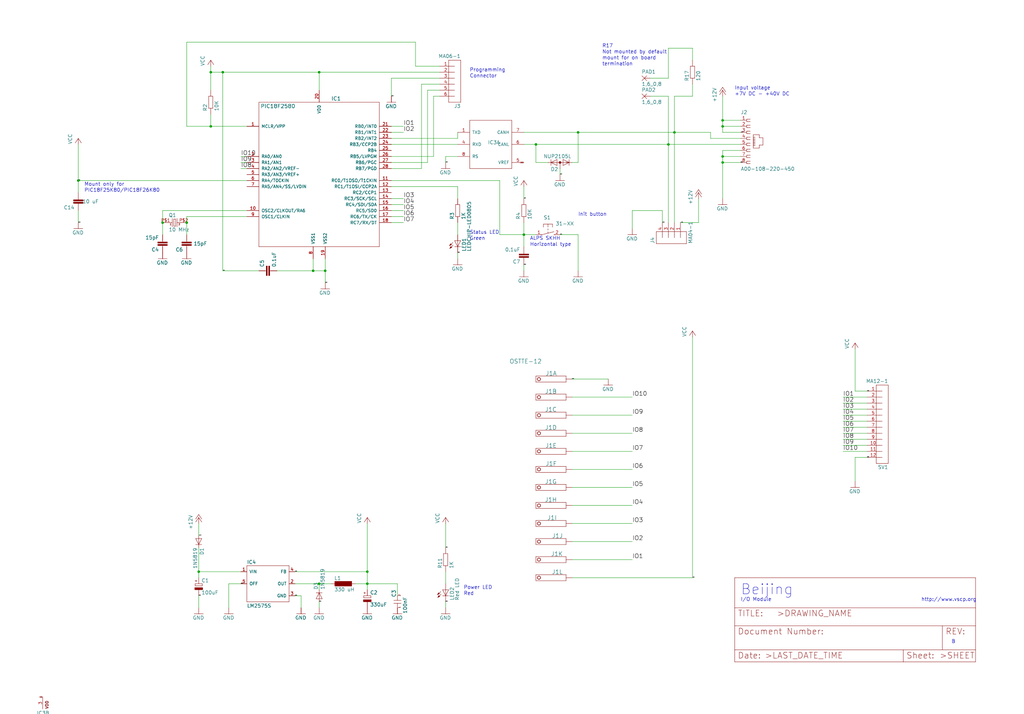
<source format=kicad_sch>
(kicad_sch (version 20250114) (generator "eeschema") (generator_version "9.0")
  (paper "User" 431.927 301.447)
  (lib_symbols
    (symbol "beijing_rev_B-eagle-import:+12V" (power) (pin_names (offset 1.016))
      (property "Value" "+12V" (at -2.54 -5.08 90))
      (symbol "+12V_1_0"
        (pin power_in line (at 0 -2.54 90) (length 2.54) (name "+12V") (number "1"))
      )
    )
    (symbol "beijing_rev_B-eagle-import:1,6_0,8" (pin_names (offset 1.016))
      (property "Reference" "PAD" (at -1.143 1.8542 0))
      (property "Value" "1,6_0,8" (at -1.143 -3.302 0))
      (symbol "1,6_0,8_1_0"
        (pin passive line (at 2.54 0 180) (length 2.54) (name "P") (number "1"))
      )
    )
    (symbol "beijing_rev_B-eagle-import:31-XX" (pin_names (offset 1.016))
      (property "Reference" "S" (at -6.35 -1.905 90))
      (property "Value" "31-XX" (at -3.81 3.175 90))
      (symbol "31-XX_1_0"
        (pin passive line (at 0 5.08 270) (length 2.54) (name "S") (number "2"))
        (pin passive line (at 0 -5.08 90) (length 2.54) (name "P") (number "1"))
      )
    )
    (symbol "beijing_rev_B-eagle-import:A00-108-220-450" (pin_names (offset 1.016))
      (property "Value" "A00-108-220-450" (at 0 -13.716 0))
      (symbol "A00-108-220-450_1_0"
        (pin passive line (at 0 7.62 0) (length 2.54) (name "1") (number "1"))
        (pin passive line (at 0 5.08 0) (length 2.54) (name "2") (number "2"))
        (pin passive line (at 0 2.54 0) (length 2.54) (name "3") (number "3"))
        (pin passive line (at 0 0 0) (length 2.54) (name "4") (number "4"))
        (pin passive line (at 0 -2.54 0) (length 2.54) (name "5") (number "5"))
        (pin passive line (at 0 -5.08 0) (length 2.54) (name "6") (number "6"))
        (pin passive line (at 0 -7.62 0) (length 2.54) (name "7") (number "7"))
        (pin passive line (at 0 -10.16 0) (length 2.54) (name "8") (number "8"))
      )
    )
    (symbol "beijing_rev_B-eagle-import:C-EUC0805" (pin_names (offset 1.016))
      (property "Reference" "C" (at 1.524 0.381 0))
      (property "Value" "C-EUC0805" (at 1.524 -4.699 0))
      (symbol "C-EUC0805_1_0"
        (pin passive line (at 0 2.54 270) (length 2.54) (name "1") (number "1"))
        (pin passive line (at 0 -5.08 90) (length 2.54) (name "2") (number "2"))
      )
    )
    (symbol "beijing_rev_B-eagle-import:CNP-0805" (pin_names (offset 1.016))
      (property "Reference" "C" (at 1.905 0.635 0))
      (property "Value" "CNP-0805" (at -5.08 -4.1148 0))
      (symbol "CNP-0805_1_0"
        (text "1" (at -2.794 -1.27 0) (effects (font (size 0.7112 0.7112)) (justify left bottom)))
        (text "2" (at 2.286 -1.27 0) (effects (font (size 0.7112 0.7112)) (justify left bottom)))
        (pin passive line (at -2.54 0 0) (length 0) (name "1") (number "1"))
        (pin passive line (at 2.54 0 180) (length 0) (name "2") (number "2"))
      )
    )
    (symbol "beijing_rev_B-eagle-import:CPOL-EUD" (pin_names (offset 1.016))
      (property "Reference" "C" (at 1.143 0.4826 0))
      (property "Value" "CPOL-EUD" (at 1.143 -4.5974 0))
      (symbol "CPOL-EUD_1_0"
        (text "+" (at -0.5842 0.4064 900) (effects (font (size 1.0668 1.0668)) (justify left bottom)))
        (pin passive line (at 0 2.54 270) (length 2.54) (name "+") (number "+"))
        (pin passive line (at 0 -5.08 90) (length 2.54) (name "-") (number "-"))
      )
    )
    (symbol "beijing_rev_B-eagle-import:DINA3_L" (pin_names (offset 1.016))
      (symbol "DINA3_L_2_0"
        (text "TITLE:" (at 1.27 19.05 0) (effects (font (size 2.54 2.54)) (justify left bottom)))
        (text "Document Number:" (at 1.27 11.43 0) (effects (font (size 2.54 2.54)) (justify left bottom)))
        (text "Date:" (at 1.27 1.27 0) (effects (font (size 2.54 2.54)) (justify left bottom)))
        (text ">LAST_DATE_TIME" (at 12.7 1.27 0) (effects (font (size 2.54 2.54)) (justify left bottom)))
        (text ">DRAWING_NAME" (at 17.78 19.05 0) (effects (font (size 2.54 2.54)) (justify left bottom)))
        (text "Sheet:" (at 72.39 1.27 0) (effects (font (size 2.54 2.54)) (justify left bottom)))
        (text ">SHEET" (at 86.36 1.27 0) (effects (font (size 2.54 2.54)) (justify left bottom)))
        (text "REV:" (at 88.9 11.43 0) (effects (font (size 2.54 2.54)) (justify left bottom)))
      )
    )
    (symbol "beijing_rev_B-eagle-import:DIODE-2CA|ACSOT23" (pin_names (offset 1.016))
      (property "Reference" "D" (at 0.762 2.0066 0))
      (property "Value" "DIODE-2CA|ACSOT23" (at -4.826 -3.4544 0))
      (symbol "DIODE-2CA|ACSOT23_1_0"
        (pin passive line (at -5.08 0 0) (length 2.54) (name "K1") (number "1"))
        (pin passive line (at 0 2.54 270) (length 2.54) (name "A") (number "3"))
        (pin passive line (at 5.08 0 180) (length 2.54) (name "K2") (number "2"))
      )
    )
    (symbol "beijing_rev_B-eagle-import:DIODE-SOD123" (pin_names (offset 1.016))
      (property "Reference" "D" (at 2.54 0.4826 0))
      (property "Value" "DIODE-SOD123" (at 2.54 -2.3114 0))
      (symbol "DIODE-SOD123_1_0"
        (pin passive line (at -2.54 0 0) (length 2.54) (name "A") (number "A"))
        (pin passive line (at 2.54 0 180) (length 2.54) (name "C") (number "C"))
      )
    )
    (symbol "beijing_rev_B-eagle-import:DO3316P" (pin_names (offset 1.016))
      (property "Reference" "L" (at -3.81 1.4986 0))
      (property "Value" "DO3316P" (at -3.81 -3.302 0))
      (symbol "DO3316P_1_0"
        (pin passive line (at -5.08 0 0) (length 2.54) (name "1") (number "1"))
        (pin passive line (at 5.08 0 180) (length 2.54) (name "2") (number "2"))
      )
    )
    (symbol "beijing_rev_B-eagle-import:GND" (power) (pin_names (offset 1.016))
      (property "Value" "GND" (at -2.54 -2.54 0))
      (symbol "GND_1_0"
        (pin power_in line (at 0 2.54 270) (length 2.54) (name "GND") (number "1"))
      )
    )
    (symbol "beijing_rev_B-eagle-import:HC-49S" (pin_names (offset 1.016))
      (property "Value" "HC-49S" (at -2.54 -3.81 0))
      (symbol "HC-49S_1_0"
        (text "1" (at -2.159 -1.143 0) (effects (font (size 0.7112 0.7112)) (justify left bottom)))
        (text "2" (at 1.524 -1.143 0) (effects (font (size 0.7112 0.7112)) (justify left bottom)))
        (pin passive line (at -5.08 0 0) (length 2.54) (name "1") (number "P$1"))
        (pin passive line (at 5.08 0 180) (length 2.54) (name "2") (number "P$2"))
      )
    )
    (symbol "beijing_rev_B-eagle-import:LEDCHIP-LED0805" (pin_names (offset 1.016))
      (property "Reference" "LED" (at 3.556 -4.572 90))
      (property "Value" "LEDCHIP-LED0805" (at 5.715 -4.572 90))
      (symbol "LEDCHIP-LED0805_1_0"
        (pin passive line (at 0 2.54 270) (length 2.54) (name "A") (number "A"))
        (pin passive line (at 0 -5.08 90) (length 2.54) (name "C") (number "C"))
      )
    )
    (symbol "beijing_rev_B-eagle-import:LM2575S" (pin_names (offset 1.016))
      (property "Reference" "IC" (at -7.62 8.255 0))
      (property "Value" "LM2575S" (at -7.62 -10.16 0))
      (symbol "LM2575S_1_0"
        (pin power_in line (at -10.16 5.08 0) (length 2.54) (name "VIN") (number "1"))
        (pin input line (at -10.16 0 0) (length 2.54) (name "OFF") (number "5"))
        (pin input line (at 12.7 5.08 180) (length 2.54) (name "FB") (number "4"))
        (pin output line (at 12.7 0 180) (length 2.54) (name "OUT") (number "2"))
        (pin power_in line (at 12.7 -5.08 180) (length 2.54) (name "GND") (number "3"))
      )
    )
    (symbol "beijing_rev_B-eagle-import:MA04-1" (pin_names (offset 1.016))
      (property "Reference" "SV" (at -1.27 5.842 0))
      (property "Value" "MA04-1" (at -1.27 -10.16 0))
      (symbol "MA04-1_1_0"
        (pin passive line (at 7.62 2.54 180) (length 5.08) (name "4") (number "4"))
        (pin passive line (at 7.62 0 180) (length 5.08) (name "3") (number "3"))
        (pin passive line (at 7.62 -2.54 180) (length 5.08) (name "2") (number "2"))
        (pin passive line (at 7.62 -5.08 180) (length 5.08) (name "1") (number "1"))
      )
    )
    (symbol "beijing_rev_B-eagle-import:MA06-1" (pin_names (offset 1.016))
      (property "Reference" "SV" (at -1.27 8.382 0))
      (property "Value" "MA06-1" (at -1.27 -12.7 0))
      (symbol "MA06-1_1_0"
        (pin passive line (at 7.62 5.08 180) (length 5.08) (name "6") (number "6"))
        (pin passive line (at 7.62 2.54 180) (length 5.08) (name "5") (number "5"))
        (pin passive line (at 7.62 0 180) (length 5.08) (name "4") (number "4"))
        (pin passive line (at 7.62 -2.54 180) (length 5.08) (name "3") (number "3"))
        (pin passive line (at 7.62 -5.08 180) (length 5.08) (name "2") (number "2"))
        (pin passive line (at 7.62 -7.62 180) (length 5.08) (name "1") (number "1"))
      )
    )
    (symbol "beijing_rev_B-eagle-import:MA12-1" (pin_names (offset 1.016))
      (property "Reference" "SV" (at -1.27 18.542 0))
      (property "Value" "MA12-1" (at -1.27 -17.78 0))
      (symbol "MA12-1_1_0"
        (pin passive line (at 7.62 15.24 180) (length 5.08) (name "12") (number "12"))
        (pin passive line (at 7.62 12.7 180) (length 5.08) (name "11") (number "11"))
        (pin passive line (at 7.62 10.16 180) (length 5.08) (name "10") (number "10"))
        (pin passive line (at 7.62 7.62 180) (length 5.08) (name "9") (number "9"))
        (pin passive line (at 7.62 5.08 180) (length 5.08) (name "8") (number "8"))
        (pin passive line (at 7.62 2.54 180) (length 5.08) (name "7") (number "7"))
        (pin passive line (at 7.62 0 180) (length 5.08) (name "6") (number "6"))
        (pin passive line (at 7.62 -2.54 180) (length 5.08) (name "5") (number "5"))
        (pin passive line (at 7.62 -5.08 180) (length 5.08) (name "4") (number "4"))
        (pin passive line (at 7.62 -7.62 180) (length 5.08) (name "3") (number "3"))
        (pin passive line (at 7.62 -10.16 180) (length 5.08) (name "2") (number "2"))
        (pin passive line (at 7.62 -12.7 180) (length 5.08) (name "1") (number "1"))
      )
    )
    (symbol "beijing_rev_B-eagle-import:MCP2551SN" (pin_names (offset 1.016))
      (property "Reference" "U" (at -2.54 0 0))
      (symbol "MCP2551SN_1_0"
        (pin input line (at -15.24 5.08 0) (length 5.08) (name "TXD") (number "1"))
        (pin output line (at -15.24 0 0) (length 5.08) (name "RXD") (number "4"))
        (pin input line (at -15.24 -5.08 0) (length 5.08) (name "RS") (number "8"))
        (pin bidirectional line (at 12.7 5.08 180) (length 5.08) (name "CANH") (number "7"))
        (pin bidirectional line (at 12.7 0 180) (length 5.08) (name "CANL") (number "6"))
        (pin power_in line (at 12.7 -7.62 180) (length 5.08) (name "VREF") (number "5"))
      )
      (symbol "MCP2551SN_2_0"
        (text "VDD" (at 2.54 2.54 900) (effects (font (size 1.1938 1.1938)) (justify left bottom)))
        (text "VDD" (at 2.54 2.54 900) (effects (font (size 1.1938 1.1938)) (justify left bottom)))
        (text "VSS" (at 2.54 -7.62 900) (effects (font (size 1.1938 1.1938)) (justify left bottom)))
        (text "VSS" (at 2.54 -7.62 900) (effects (font (size 1.1938 1.1938)) (justify left bottom)))
        (pin power_in line (at 0 7.62 270) (length 5.08) (name "VDD") (number "3"))
        (pin power_in line (at 0 -7.62 90) (length 5.08) (name "VSS") (number "2"))
      )
    )
    (symbol "beijing_rev_B-eagle-import:OSTTE-12" (pin_names (offset 1.016))
      (property "Value" "OSTTE-12" (at -5.08 1.651 0))
      (symbol "OSTTE-12_1_0"
        (pin passive line (at -7.62 0 0) (length 2.54) (name "K") (number "1"))
      )
      (symbol "OSTTE-12_2_0"
        (pin passive line (at -7.62 0 0) (length 2.54) (name "K") (number "2"))
      )
      (symbol "OSTTE-12_3_0"
        (pin passive line (at -7.62 0 0) (length 2.54) (name "K") (number "3"))
      )
      (symbol "OSTTE-12_4_0"
        (pin passive line (at -7.62 0 0) (length 2.54) (name "K") (number "4"))
      )
      (symbol "OSTTE-12_5_0"
        (pin passive line (at -7.62 0 0) (length 2.54) (name "K") (number "5"))
      )
      (symbol "OSTTE-12_6_0"
        (pin passive line (at -7.62 0 0) (length 2.54) (name "K") (number "6"))
      )
      (symbol "OSTTE-12_7_0"
        (pin passive line (at -7.62 0 0) (length 2.54) (name "K") (number "7"))
      )
      (symbol "OSTTE-12_8_0"
        (pin passive line (at -7.62 0 0) (length 2.54) (name "K") (number "8"))
      )
      (symbol "OSTTE-12_9_0"
        (pin passive line (at -7.62 0 0) (length 2.54) (name "K") (number "9"))
      )
      (symbol "OSTTE-12_10_0"
        (pin passive line (at -7.62 0 0) (length 2.54) (name "K") (number "10"))
      )
      (symbol "OSTTE-12_11_0"
        (pin passive line (at -7.62 0 0) (length 2.54) (name "K") (number "11"))
      )
      (symbol "OSTTE-12_12_0"
        (pin passive line (at -7.62 0 0) (length 2.54) (name "K") (number "12"))
      )
    )
    (symbol "beijing_rev_B-eagle-import:PIC18F252-?I_SO" (pin_names (offset 1.016))
      (property "Reference" "IC" (at 5.08 31.115 0))
      (property "Value" "PIC18F252-?I_SO" (at -24.765 27.94 0))
      (symbol "PIC18F252-?I_SO_1_0"
        (pin input line (at -30.48 20.32 0) (length 5.08) (name "MCLR/VPP") (number "1"))
        (pin bidirectional line (at -30.48 7.62 0) (length 5.08) (name "RA0/AN0") (number "2"))
        (pin bidirectional line (at -30.48 5.08 0) (length 5.08) (name "RA1/AN1") (number "3"))
        (pin bidirectional line (at -30.48 2.54 0) (length 5.08) (name "RA2/AN2/VREF-") (number "4"))
        (pin bidirectional line (at -30.48 0 0) (length 5.08) (name "RA3/AN3/VREF+") (number "5"))
        (pin open_collector line (at -30.48 -2.54 0) (length 5.08) (name "RA4/T0CKIN") (number "6"))
        (pin bidirectional line (at -30.48 -5.08 0) (length 5.08) (name "RA5/AN4/SS/LVDIN") (number "7"))
        (pin output line (at -30.48 -15.24 0) (length 5.08) (name "OSC2/CLKOUT/RA6") (number "10"))
        (pin input line (at -30.48 -17.78 0) (length 5.08) (name "OSC1/CLKIN") (number "9"))
        (pin power_in line (at -2.54 -35.56 90) (length 5.08) (name "VSS1") (number "8"))
        (pin power_in line (at 0 35.56 270) (length 5.08) (name "VDD") (number "20"))
        (pin power_in line (at 2.54 -35.56 90) (length 5.08) (name "VSS2") (number "19"))
        (pin bidirectional line (at 30.48 20.32 180) (length 5.08) (name "RB0/INT0") (number "21"))
        (pin bidirectional line (at 30.48 17.78 180) (length 5.08) (name "RB1/INT1") (number "22"))
        (pin bidirectional line (at 30.48 15.24 180) (length 5.08) (name "RB2/INT2") (number "23"))
        (pin bidirectional line (at 30.48 12.7 180) (length 5.08) (name "RB3/CCP2B") (number "24"))
        (pin bidirectional line (at 30.48 10.16 180) (length 5.08) (name "RB4") (number "25"))
        (pin bidirectional line (at 30.48 7.62 180) (length 5.08) (name "RB5/LVPGM") (number "26"))
        (pin bidirectional line (at 30.48 5.08 180) (length 5.08) (name "RB6/PGC") (number "27"))
        (pin bidirectional line (at 30.48 2.54 180) (length 5.08) (name "RB7/PGD") (number "28"))
        (pin bidirectional line (at 30.48 -2.54 180) (length 5.08) (name "RC0/T1OSO/T1CKIN") (number "11"))
        (pin bidirectional line (at 30.48 -5.08 180) (length 5.08) (name "RC1/T1OSI/CCP2A") (number "12"))
        (pin bidirectional line (at 30.48 -7.62 180) (length 5.08) (name "RC2/CCP1") (number "13"))
        (pin bidirectional line (at 30.48 -10.16 180) (length 5.08) (name "RC3/SCK/SCL") (number "14"))
        (pin bidirectional line (at 30.48 -12.7 180) (length 5.08) (name "RC4/SDI/SDA") (number "15"))
        (pin bidirectional line (at 30.48 -15.24 180) (length 5.08) (name "RC5/SD0") (number "16"))
        (pin bidirectional line (at 30.48 -17.78 180) (length 5.08) (name "RC6/TX/CK") (number "17"))
        (pin bidirectional line (at 30.48 -20.32 180) (length 5.08) (name "RC7/RX/DT") (number "18"))
      )
    )
    (symbol "beijing_rev_B-eagle-import:R-EU_R0805" (pin_names (offset 1.016))
      (property "Reference" "R" (at -3.81 1.4986 0))
      (property "Value" "R-EU_R0805" (at -3.81 -3.302 0))
      (symbol "R-EU_R0805_1_0"
        (pin passive line (at -5.08 0 0) (length 2.54) (name "1") (number "1"))
        (pin passive line (at 5.08 0 180) (length 2.54) (name "2") (number "2"))
      )
    )
    (symbol "beijing_rev_B-eagle-import:VCC" (power) (pin_names (offset 1.016))
      (property "Value" "VCC" (at -2.54 -2.54 90))
      (symbol "VCC_1_0"
        (pin power_in line (at 0 -2.54 90) (length 2.54) (name "VCC") (number "1"))
      )
    )
  )
  (text "Green" (at 198.12 101.6 0) (effects (font (size 1.4986 1.4986)) (justify left bottom)))
  (text "Horizontal type" (at 223.52 104.14 0) (effects (font (size 1.4986 1.4986)) (justify left bottom)))
  (text "Mount only for" (at 35.56 78.74 0) (effects (font (size 1.4986 1.4986)) (justify left bottom)))
  (text "R17" (at 254 20.32 0) (effects (font (size 1.4986 1.4986)) (justify left bottom)))
  (text "B" (at 401.32 271.78 0) (effects (font (size 1.4986 1.4986)) (justify left bottom)))
  (text "Status LED" (at 198.12 99.06 0) (effects (font (size 1.4986 1.4986)) (justify left bottom)))
  (text "Beijing" (at 312.42 251.46 0) (effects (font (size 4.318 4.318)) (justify left bottom)))
  (text "Connector" (at 198.12 33.02 0) (effects (font (size 1.4986 1.4986)) (justify left bottom)))
  (text "+7V DC - +40V DC" (at 309.88 40.64 0) (effects (font (size 1.4986 1.4986)) (justify left bottom)))
  (text "I/O Module" (at 312.42 254 0) (effects (font (size 1.4986 1.4986)) (justify left bottom)))
  (text "Power LED" (at 195.58 248.92 0) (effects (font (size 1.4986 1.4986)) (justify left bottom)))
  (text "ALPS SKHH" (at 223.52 101.6 0) (effects (font (size 1.4986 1.4986)) (justify left bottom)))
  (text "PIC18F25K80/PIC18F26K80" (at 35.56 81.28 0) (effects (font (size 1.4986 1.4986)) (justify left bottom)))
  (text "Input voltage" (at 309.88 38.1 0) (effects (font (size 1.4986 1.4986)) (justify left bottom)))
  (text "Init button" (at 243.84 91.44 0) (effects (font (size 1.4986 1.4986)) (justify left bottom)))
  (text "Programming" (at 198.12 30.48 0) (effects (font (size 1.4986 1.4986)) (justify left bottom)))
  (text "Not mounted by default" (at 254 22.86 0) (effects (font (size 1.4986 1.4986)) (justify left bottom)))
  (text "Red" (at 195.58 251.46 0) (effects (font (size 1.4986 1.4986)) (justify left bottom)))
  (text "termination" (at 254 27.94 0) (effects (font (size 1.4986 1.4986)) (justify left bottom)))
  (text "http://www.vscp.org" (at 388.62 254 0) (effects (font (size 1.4986 1.4986)) (justify left bottom)))
  (text "mount for on board " (at 254 25.4 0) (effects (font (size 1.4986 1.4986)) (justify left bottom)))
  (junction (at 154.94 241.3))
  (junction (at 281.94 60.96))
  (junction (at 154.94 246.38))
  (junction (at 304.8 53.34))
  (junction (at 220.98 99.06))
  (junction (at 304.8 68.58))
  (junction (at 134.62 246.38))
  (junction (at 304.8 50.8))
  (junction (at 78.74 93.98))
  (junction (at 137.16 114.3))
  (junction (at 132.08 114.3))
  (junction (at 226.06 60.96))
  (junction (at 284.48 55.88))
  (junction (at 68.58 93.98))
  (junction (at 243.84 55.88))
  (junction (at 88.9 30.48))
  (junction (at 134.62 30.48))
  (junction (at 304.8 66.04))
  (junction (at 83.82 241.3))
  (junction (at 88.9 53.34))
  (junction (at 33.02 76.2))
  (junction (at 93.98 30.48))
  (wire (pts (xy 134.62 254) (xy 134.62 256.54)))
  (wire (pts (xy 165.1 58.42) (xy 193.04 58.42)))
  (wire (pts (xy 284.48 93.98) (xy 284.48 55.88)))
  (wire (pts (xy 165.1 40.64) (xy 165.1 33.02)))
  (wire (pts (xy 78.74 99.06) (xy 78.74 93.98)))
  (wire (pts (xy 83.82 243.84) (xy 83.82 241.3)))
  (wire (pts (xy 154.94 248.92) (xy 154.94 246.38)))
  (wire (pts (xy 165.1 76.2) (xy 210.82 76.2)))
  (wire (pts (xy 241.3 198.12) (xy 266.7 198.12)))
  (wire (pts (xy 365.76 193.04) (xy 360.68 193.04)))
  (wire (pts (xy 210.82 76.2) (xy 210.82 99.06)))
  (wire (pts (xy 365.76 165.1) (xy 360.68 165.1)))
  (wire (pts (xy 266.7 88.9) (xy 266.7 96.52)))
  (wire (pts (xy 124.46 241.3) (xy 154.94 241.3)))
  (wire (pts (xy 220.98 111.76) (xy 220.98 114.3)))
  (wire (pts (xy 116.84 114.3) (xy 132.08 114.3)))
  (wire (pts (xy 182.88 40.64) (xy 182.88 66.04)))
  (wire (pts (xy 165.1 78.74) (xy 193.04 78.74)))
  (wire (pts (xy 165.1 86.36) (xy 170.18 86.36)))
  (wire (pts (xy 243.84 99.06) (xy 243.84 114.3)))
  (wire (pts (xy 279.4 88.9) (xy 266.7 88.9)))
  (wire (pts (xy 226.06 60.96) (xy 281.94 60.96)))
  (wire (pts (xy 88.9 48.26) (xy 88.9 53.34)))
  (wire (pts (xy 154.94 241.3) (xy 154.94 220.98)))
  (wire (pts (xy 220.98 99.06) (xy 220.98 104.14)))
  (wire (pts (xy 274.32 40.64) (xy 281.94 40.64)))
  (wire (pts (xy 292.1 25.4) (xy 292.1 20.32)))
  (wire (pts (xy 93.98 30.48) (xy 88.9 30.48)))
  (wire (pts (xy 132.08 109.22) (xy 132.08 114.3)))
  (wire (pts (xy 180.34 38.1) (xy 185.42 38.1)))
  (wire (pts (xy 154.94 246.38) (xy 149.86 246.38)))
  (wire (pts (xy 187.96 254) (xy 187.96 256.54)))
  (wire (pts (xy 165.1 33.02) (xy 185.42 33.02)))
  (wire (pts (xy 177.8 35.56) (xy 177.8 71.12)))
  (wire (pts (xy 193.04 78.74) (xy 193.04 83.82)))
  (wire (pts (xy 175.26 27.94) (xy 175.26 17.78)))
  (wire (pts (xy 175.26 17.78) (xy 78.74 17.78)))
  (wire (pts (xy 241.3 213.36) (xy 266.7 213.36)))
  (wire (pts (xy 220.98 83.82) (xy 220.98 78.74)))
  (wire (pts (xy 101.6 246.38) (xy 96.52 246.38)))
  (wire (pts (xy 292.1 35.56) (xy 292.1 40.64)))
  (wire (pts (xy 127 251.46) (xy 127 256.54)))
  (wire (pts (xy 83.82 231.14) (xy 83.82 241.3)))
  (wire (pts (xy 93.98 114.3) (xy 93.98 30.48)))
  (wire (pts (xy 185.42 27.94) (xy 175.26 27.94)))
  (wire (pts (xy 294.64 93.98) (xy 294.64 83.82)))
  (wire (pts (xy 134.62 246.38) (xy 139.7 246.38)))
  (wire (pts (xy 104.14 76.2) (xy 33.02 76.2)))
  (wire (pts (xy 124.46 251.46) (xy 127 251.46)))
  (wire (pts (xy 33.02 76.2) (xy 33.02 81.28)))
  (wire (pts (xy 187.96 246.38) (xy 187.96 241.3)))
  (wire (pts (xy 365.76 180.34) (xy 355.6 180.34)))
  (wire (pts (xy 187.96 68.58) (xy 187.96 66.04)))
  (wire (pts (xy 312.42 63.5) (xy 304.8 63.5)))
  (wire (pts (xy 187.96 231.14) (xy 187.96 220.98)))
  (wire (pts (xy 220.98 99.06) (xy 210.82 99.06)))
  (wire (pts (xy 68.58 88.9) (xy 68.58 93.98)))
  (wire (pts (xy 101.6 241.3) (xy 83.82 241.3)))
  (wire (pts (xy 165.1 88.9) (xy 170.18 88.9)))
  (wire (pts (xy 274.32 33.02) (xy 281.94 33.02)))
  (wire (pts (xy 292.1 243.84) (xy 292.1 142.24)))
  (wire (pts (xy 177.8 71.12) (xy 165.1 71.12)))
  (wire (pts (xy 154.94 246.38) (xy 167.64 246.38)))
  (wire (pts (xy 78.74 17.78) (xy 78.74 53.34)))
  (wire (pts (xy 241.3 68.58) (xy 243.84 68.58)))
  (wire (pts (xy 134.62 38.1) (xy 134.62 30.48)))
  (wire (pts (xy 220.98 99.06) (xy 226.06 99.06)))
  (wire (pts (xy 165.1 60.96) (xy 193.04 60.96)))
  (wire (pts (xy 137.16 114.3) (xy 137.16 109.22)))
  (wire (pts (xy 134.62 30.48) (xy 185.42 30.48)))
  (wire (pts (xy 304.8 50.8) (xy 304.8 40.64)))
  (wire (pts (xy 304.8 68.58) (xy 304.8 83.82)))
  (wire (pts (xy 109.22 114.3) (xy 93.98 114.3)))
  (wire (pts (xy 312.42 66.04) (xy 304.8 66.04)))
  (wire (pts (xy 68.58 93.98) (xy 68.58 99.06)))
  (wire (pts (xy 33.02 76.2) (xy 33.02 60.96)))
  (wire (pts (xy 365.76 187.96) (xy 355.6 187.96)))
  (wire (pts (xy 241.3 243.84) (xy 292.1 243.84)))
  (wire (pts (xy 365.76 185.42) (xy 355.6 185.42)))
  (wire (pts (xy 365.76 172.72) (xy 355.6 172.72)))
  (wire (pts (xy 292.1 20.32) (xy 281.94 20.32)))
  (wire (pts (xy 193.04 99.06) (xy 193.04 93.98)))
  (wire (pts (xy 312.42 50.8) (xy 304.8 50.8)))
  (wire (pts (xy 104.14 68.58) (xy 101.6 68.58)))
  (wire (pts (xy 78.74 91.44) (xy 104.14 91.44)))
  (wire (pts (xy 88.9 38.1) (xy 88.9 30.48)))
  (wire (pts (xy 33.02 93.98) (xy 33.02 88.9)))
  (wire (pts (xy 243.84 68.58) (xy 243.84 55.88)))
  (wire (pts (xy 165.1 68.58) (xy 180.34 68.58)))
  (wire (pts (xy 185.42 35.56) (xy 177.8 35.56)))
  (wire (pts (xy 360.68 193.04) (xy 360.68 203.2)))
  (wire (pts (xy 231.14 68.58) (xy 226.06 68.58)))
  (wire (pts (xy 165.1 83.82) (xy 170.18 83.82)))
  (wire (pts (xy 104.14 88.9) (xy 68.58 88.9)))
  (wire (pts (xy 365.76 170.18) (xy 355.6 170.18)))
  (wire (pts (xy 281.94 40.64) (xy 281.94 60.96)))
  (wire (pts (xy 304.8 55.88) (xy 304.8 53.34)))
  (wire (pts (xy 241.3 160.02) (xy 256.54 160.02)))
  (wire (pts (xy 220.98 60.96) (xy 226.06 60.96)))
  (wire (pts (xy 154.94 241.3) (xy 154.94 246.38)))
  (wire (pts (xy 185.42 40.64) (xy 182.88 40.64)))
  (wire (pts (xy 104.14 71.12) (xy 101.6 71.12)))
  (wire (pts (xy 83.82 251.46) (xy 83.82 256.54)))
  (wire (pts (xy 220.98 55.88) (xy 243.84 55.88)))
  (wire (pts (xy 134.62 30.48) (xy 93.98 30.48)))
  (wire (pts (xy 241.3 205.74) (xy 266.7 205.74)))
  (wire (pts (xy 241.3 220.98) (xy 266.7 220.98)))
  (wire (pts (xy 292.1 40.64) (xy 284.48 40.64)))
  (wire (pts (xy 241.3 236.22) (xy 266.7 236.22)))
  (wire (pts (xy 226.06 68.58) (xy 226.06 60.96)))
  (wire (pts (xy 287.02 93.98) (xy 294.64 93.98)))
  (wire (pts (xy 284.48 55.88) (xy 299.72 55.88)))
  (wire (pts (xy 299.72 58.42) (xy 312.42 58.42)))
  (wire (pts (xy 187.96 66.04) (xy 193.04 66.04)))
  (wire (pts (xy 104.14 66.04) (xy 101.6 66.04)))
  (wire (pts (xy 365.76 182.88) (xy 355.6 182.88)))
  (wire (pts (xy 182.88 66.04) (xy 165.1 66.04)))
  (wire (pts (xy 165.1 53.34) (xy 170.18 53.34)))
  (wire (pts (xy 299.72 55.88) (xy 299.72 58.42)))
  (wire (pts (xy 236.22 73.66) (xy 236.22 71.12)))
  (wire (pts (xy 365.76 190.5) (xy 355.6 190.5)))
  (wire (pts (xy 365.76 175.26) (xy 355.6 175.26)))
  (wire (pts (xy 165.1 55.88) (xy 170.18 55.88)))
  (wire (pts (xy 365.76 177.8) (xy 355.6 177.8)))
  (wire (pts (xy 88.9 53.34) (xy 104.14 53.34)))
  (wire (pts (xy 96.52 246.38) (xy 96.52 256.54)))
  (wire (pts (xy 241.3 190.5) (xy 266.7 190.5)))
  (wire (pts (xy 360.68 165.1) (xy 360.68 147.32)))
  (wire (pts (xy 88.9 30.48) (xy 88.9 27.94)))
  (wire (pts (xy 193.04 106.68) (xy 193.04 109.22)))
  (wire (pts (xy 243.84 55.88) (xy 284.48 55.88)))
  (wire (pts (xy 78.74 53.34) (xy 88.9 53.34)))
  (wire (pts (xy 220.98 93.98) (xy 220.98 99.06)))
  (wire (pts (xy 137.16 119.38) (xy 137.16 114.3)))
  (wire (pts (xy 312.42 68.58) (xy 304.8 68.58)))
  (wire (pts (xy 241.3 175.26) (xy 266.7 175.26)))
  (wire (pts (xy 304.8 53.34) (xy 304.8 50.8)))
  (wire (pts (xy 304.8 66.04) (xy 304.8 68.58)))
  (wire (pts (xy 180.34 68.58) (xy 180.34 38.1)))
  (wire (pts (xy 134.62 248.92) (xy 134.62 246.38)))
  (wire (pts (xy 132.08 114.3) (xy 137.16 114.3)))
  (wire (pts (xy 167.64 246.38) (xy 167.64 251.46)))
  (wire (pts (xy 279.4 93.98) (xy 279.4 88.9)))
  (wire (pts (xy 193.04 58.42) (xy 193.04 55.88)))
  (wire (pts (xy 281.94 93.98) (xy 281.94 60.96)))
  (wire (pts (xy 83.82 226.06) (xy 83.82 220.98)))
  (wire (pts (xy 312.42 55.88) (xy 304.8 55.88)))
  (wire (pts (xy 236.22 99.06) (xy 243.84 99.06)))
  (wire (pts (xy 312.42 53.34) (xy 304.8 53.34)))
  (wire (pts (xy 241.3 167.64) (xy 266.7 167.64)))
  (wire (pts (xy 281.94 33.02) (xy 281.94 20.32)))
  (wire (pts (xy 165.1 93.98) (xy 170.18 93.98)))
  (wire (pts (xy 284.48 40.64) (xy 284.48 55.88)))
  (wire (pts (xy 365.76 167.64) (xy 355.6 167.64)))
  (wire (pts (xy 241.3 228.6) (xy 266.7 228.6)))
  (wire (pts (xy 124.46 246.38) (xy 134.62 246.38)))
  (wire (pts (xy 78.74 93.98) (xy 78.74 91.44)))
  (wire (pts (xy 304.8 63.5) (xy 304.8 66.04)))
  (wire (pts (xy 281.94 60.96) (xy 312.42 60.96)))
  (wire (pts (xy 165.1 91.44) (xy 170.18 91.44)))
  (wire (pts (xy 241.3 182.88) (xy 266.7 182.88)))
  (label "IO8" (at 355.6 185.42 0) (effects (font (size 1.778 1.778))))
  (label "+12V" (at 312.42 55.88 0) (effects (font (size 0.254 0.254))))
  (label "GND" (at 137.16 119.38 0) (effects (font (size 0.254 0.254))))
  (label "IO6" (at 170.18 91.44 0) (effects (font (size 1.778 1.778))))
  (label "+12V" (at 287.02 93.98 0) (effects (font (size 0.254 0.254))))
  (label "GND" (at 187.96 254 0) (effects (font (size 0.254 0.254))))
  (label "IO9" (at 266.7 175.26 0) (effects (font (size 1.778 1.778))))
  (label "IO8" (at 101.6 71.12 0) (effects (font (size 1.778 1.778))))
  (label "IO10" (at 101.6 66.04 0) (effects (font (size 1.778 1.778))))
  (label "IO3" (at 170.18 83.82 0) (effects (font (size 1.778 1.778))))
  (label "IO2" (at 355.6 170.18 0) (effects (font (size 1.778 1.778))))
  (label "GND" (at 83.82 251.46 0) (effects (font (size 0.254 0.254))))
  (label "IO1" (at 170.18 53.34 0) (effects (font (size 1.778 1.778))))
  (label "GND" (at 124.46 251.46 0) (effects (font (size 0.254 0.254))))
  (label "GND" (at 33.02 93.98 0) (effects (font (size 0.254 0.254))))
  (label "VCC" (at 124.46 241.3 0) (effects (font (size 0.254 0.254))))
  (label "VCC" (at 93.98 114.3 0) (effects (font (size 0.254 0.254))))
  (label "GND" (at 187.96 68.58 0) (effects (font (size 0.254 0.254))))
  (label "IO7" (at 266.7 190.5 0) (effects (font (size 1.778 1.778))))
  (label "GND" (at 365.76 193.04 0) (effects (font (size 0.254 0.254))))
  (label "GND" (at 312.42 68.58 0) (effects (font (size 0.254 0.254))))
  (label "IO2" (at 170.18 55.88 0) (effects (font (size 1.778 1.778))))
  (label "+12V" (at 83.82 226.06 0) (effects (font (size 0.254 0.254))))
  (label "IO3" (at 266.7 220.98 0) (effects (font (size 1.778 1.778))))
  (label "IO4" (at 170.18 86.36 0) (effects (font (size 1.778 1.778))))
  (label "GND" (at 279.4 93.98 0) (effects (font (size 0.254 0.254))))
  (label "GND" (at 220.98 111.76 0) (effects (font (size 0.254 0.254))))
  (label "VCC" (at 187.96 231.14 0) (effects (font (size 0.254 0.254))))
  (label "IO6" (at 355.6 180.34 0) (effects (font (size 1.778 1.778))))
  (label "GND" (at 101.6 246.38 0) (effects (font (size 0.254 0.254))))
  (label "IO9" (at 355.6 187.96 0) (effects (font (size 1.778 1.778))))
  (label "VCC" (at 220.98 83.82 0) (effects (font (size 0.254 0.254))))
  (label "GND" (at 241.3 160.02 0) (effects (font (size 0.254 0.254))))
  (label "IO4" (at 266.7 213.36 0) (effects (font (size 1.778 1.778))))
  (label "IO10" (at 266.7 167.64 0) (effects (font (size 1.778 1.778))))
  (label "IO8" (at 266.7 182.88 0) (effects (font (size 1.778 1.778))))
  (label "VCC" (at 365.76 165.1 0) (effects (font (size 0.254 0.254))))
  (label "IO5" (at 355.6 177.8 0) (effects (font (size 1.778 1.778))))
  (label "IO5" (at 266.7 205.74 0) (effects (font (size 1.778 1.778))))
  (label "IO3" (at 355.6 172.72 0) (effects (font (size 1.778 1.778))))
  (label "VCC" (at 33.02 76.2 0) (effects (font (size 0.254 0.254))))
  (label "IO9" (at 101.6 68.58 0) (effects (font (size 1.778 1.778))))
  (label "IO5" (at 170.18 88.9 0) (effects (font (size 1.778 1.778))))
  (label "GND" (at 193.04 106.68 0) (effects (font (size 0.254 0.254))))
  (label "IO10" (at 355.6 190.5 0) (effects (font (size 1.778 1.778))))
  (label "GND" (at 134.62 254 0) (effects (font (size 0.254 0.254))))
  (label "IO2" (at 266.7 228.6 0) (effects (font (size 1.778 1.778))))
  (label "IO1" (at 355.6 167.64 0) (effects (font (size 1.778 1.778))))
  (label "VCC" (at 292.1 243.84 0) (effects (font (size 0.254 0.254))))
  (label "IO1" (at 266.7 236.22 0) (effects (font (size 1.778 1.778))))
  (label "IO4" (at 355.6 175.26 0) (effects (font (size 1.778 1.778))))
  (label "IO7" (at 170.18 93.98 0) (effects (font (size 1.778 1.778))))
  (label "IO7" (at 355.6 182.88 0) (effects (font (size 1.778 1.778))))
  (label "GND" (at 236.22 99.06 0) (effects (font (size 0.254 0.254))))
  (label "IO6" (at 266.7 198.12 0) (effects (font (size 1.778 1.778))))
  (label "GND" (at 236.22 73.66 0) (effects (font (size 0.254 0.254))))
  (label "GND" (at 165.1 40.64 0) (effects (font (size 0.254 0.254))))
  (global_label "VDD" (shape bidirectional) (at 17.9832 294.2082 180) (effects (font (size 0.254 0.254))) (property "Intersheetrefs" "${INTERSHEET_REFS}" (effects (hide yes))))
  (global_label "VREF" (shape bidirectional) (at 220.98 68.58 180) (effects (font (size 0.254 0.254))) (property "Intersheetrefs" "${INTERSHEET_REFS}" (effects (hide yes))))
  (global_label "VSS" (shape bidirectional) (at 17.9832 309.4482 180) (effects (font (size 0.254 0.254))) (property "Intersheetrefs" "${INTERSHEET_REFS}" (effects (hide yes))))
  (symbol (lib_id "beijing_rev_B-eagle-import:VCC") (at 88.9 25.4 0) (unit 1)
    (property "Reference" "#P+03" (effects (hide yes)))
    (property "Value" "VCC" (at 86.36 27.94 90) (effects (font (size 1.4986 1.4986)) (justify left bottom)))
  )
  (symbol (lib_id "beijing_rev_B-eagle-import:1,6_0,8") (at 271.78 33.02 0) (unit 1)
    (property "Reference" "PAD1" (at 270.637 31.1658 0) (effects (font (size 1.4986 1.4986)) (justify left bottom)))
    (property "Value" "1,6_0,8" (at 270.637 36.322 0) (effects (font (size 1.4986 1.4986)) (justify left bottom)))
    (property "Footprint" "beijing_rev_B:1,6_0,8" (effects (hide yes)))
  )
  (symbol (lib_id "beijing_rev_B-eagle-import:CPOL-EUD") (at 83.82 246.38 0) (unit 1)
    (property "Reference" "C1" (at 84.963 245.8974 0) (effects (font (size 1.4986 1.4986)) (justify left bottom)))
    (property "Value" "100uF" (at 84.963 250.9774 0) (effects (font (size 1.4986 1.4986)) (justify left bottom)))
    (property "Footprint" "beijing_rev_B:PANASONIC_D" (effects (hide yes)))
  )
  (symbol (lib_id "beijing_rev_B-eagle-import:GND") (at 256.54 162.56 0) (unit 1)
    (property "Reference" "#GND017" (effects (hide yes)))
    (property "Value" "GND" (at 254 165.1 0) (effects (font (size 1.4986 1.4986)) (justify left bottom)))
  )
  (symbol (lib_id "beijing_rev_B-eagle-import:GND") (at 154.94 259.08 0) (unit 1)
    (property "Reference" "#GND014" (effects (hide yes)))
    (property "Value" "GND" (at 152.4 261.62 0) (effects (font (size 1.4986 1.4986)) (justify left bottom)))
  )
  (symbol (lib_id "beijing_rev_B-eagle-import:CNP-0805") (at 167.64 254 90) (unit 1)
    (property "Reference" "C3" (at 167.005 252.095 0) (effects (font (size 1.4986 1.4986)) (justify left bottom)))
    (property "Value" "100nF" (at 171.7548 259.08 0) (effects (font (size 1.4986 1.4986)) (justify left bottom)))
    (property "Footprint" "beijing_rev_B:0805" (effects (hide yes)))
  )
  (symbol (lib_id "beijing_rev_B-eagle-import:GND") (at 243.84 116.84 0) (unit 1)
    (property "Reference" "#GND011" (effects (hide yes)))
    (property "Value" "GND" (at 241.3 119.38 0) (effects (font (size 1.4986 1.4986)) (justify left bottom)))
  )
  (symbol (lib_id "beijing_rev_B-eagle-import:CPOL-EUD") (at 154.94 251.46 0) (unit 1)
    (property "Reference" "C2" (at 156.083 250.9774 0) (effects (font (size 1.4986 1.4986)) (justify left bottom)))
    (property "Value" "330uF" (at 156.083 256.0574 0) (effects (font (size 1.4986 1.4986)) (justify left bottom)))
    (property "Footprint" "beijing_rev_B:PANASONIC_D" (effects (hide yes)))
  )
  (symbol (lib_id "beijing_rev_B-eagle-import:GND") (at 167.64 259.08 0) (unit 1)
    (property "Reference" "#GND015" (effects (hide yes)))
    (property "Value" "GND" (at 165.1 261.62 0) (effects (font (size 1.4986 1.4986)) (justify left bottom)))
  )
  (symbol (lib_id "beijing_rev_B-eagle-import:DO3316P") (at 144.78 246.38 0) (unit 1)
    (property "Reference" "L1" (at 140.97 244.8814 0) (effects (font (size 1.4986 1.4986)) (justify left bottom)))
    (property "Value" "330 uH" (at 140.97 249.682 0) (effects (font (size 1.4986 1.4986)) (justify left bottom)))
    (property "Footprint" "beijing_rev_B:DO3316P" (effects (hide yes)))
  )
  (symbol (lib_id "beijing_rev_B-eagle-import:C-EUC0805") (at 111.76 114.3 90) (unit 1)
    (property "Reference" "C5" (at 111.379 112.776 0) (effects (font (size 1.4986 1.4986)) (justify left bottom)))
    (property "Value" "0.1uF" (at 116.459 112.776 0) (effects (font (size 1.4986 1.4986)) (justify left bottom)))
    (property "Footprint" "beijing_rev_B:C0805" (effects (hide yes)))
  )
  (symbol (lib_id "beijing_rev_B-eagle-import:HC-49S") (at 73.66 93.98 0) (unit 1)
    (property "Reference" "Q1" (at 71.12 91.694 0) (effects (font (size 1.4986 1.4986)) (justify left bottom)))
    (property "Value" "10 MHz" (at 71.12 97.79 0) (effects (font (size 1.4986 1.4986)) (justify left bottom)))
    (property "Footprint" "beijing_rev_B:9C" (effects (hide yes)))
  )
  (symbol (lib_id "beijing_rev_B-eagle-import:MA04-1") (at 281.94 101.6 90) (unit 1)
    (property "Reference" "J4" (at 276.098 102.87 0) (effects (font (size 1.4986 1.4986)) (justify left bottom)))
    (property "Value" "MA04-1" (at 292.1 102.87 0) (effects (font (size 1.4986 1.4986)) (justify left bottom)))
    (property "Footprint" "beijing_rev_B:MA04-1" (effects (hide yes)))
  )
  (symbol (lib_id "beijing_rev_B-eagle-import:OSTTE-12") (at 233.68 220.98 180) (unit 9)
    (property "Reference" "J1" (at 234.95 217.551 0) (effects (font (size 1.778 1.778)) (justify left bottom)))
    (property "Value" "OSTTE-12" (effects (hide yes)))
    (property "Footprint" "beijing_rev_B:PINHEAD-12" (effects (hide yes)))
  )
  (symbol (lib_id "beijing_rev_B-eagle-import:OSTTE-12") (at 233.68 213.36 180) (unit 8)
    (property "Reference" "J1" (at 234.95 209.931 0) (effects (font (size 1.778 1.778)) (justify left bottom)))
    (property "Value" "OSTTE-12" (effects (hide yes)))
    (property "Footprint" "beijing_rev_B:PINHEAD-12" (effects (hide yes)))
  )
  (symbol (lib_id "beijing_rev_B-eagle-import:OSTTE-12") (at 233.68 236.22 180) (unit 11)
    (property "Reference" "J1" (at 237.49 232.791 0) (effects (font (size 1.778 1.778)) (justify left bottom)))
    (property "Value" "OSTTE-12" (effects (hide yes)))
    (property "Footprint" "beijing_rev_B:PINHEAD-12" (effects (hide yes)))
  )
  (symbol (lib_id "beijing_rev_B-eagle-import:OSTTE-12") (at 233.68 228.6 180) (unit 10)
    (property "Reference" "J1" (at 237.49 225.171 0) (effects (font (size 1.778 1.778)) (justify left bottom)))
    (property "Value" "OSTTE-12" (effects (hide yes)))
    (property "Footprint" "beijing_rev_B:PINHEAD-12" (effects (hide yes)))
  )
  (symbol (lib_id "beijing_rev_B-eagle-import:OSTTE-12") (at 233.68 243.84 180) (unit 12)
    (property "Reference" "J1" (at 237.49 240.411 0) (effects (font (size 1.778 1.778)) (justify left bottom)))
    (property "Value" "OSTTE-12" (effects (hide yes)))
    (property "Footprint" "beijing_rev_B:PINHEAD-12" (effects (hide yes)))
  )
  (symbol (lib_id "beijing_rev_B-eagle-import:OSTTE-12") (at 233.68 160.02 180) (unit 1)
    (property "Reference" "J1" (at 234.95 156.591 0) (effects (font (size 1.778 1.778)) (justify left bottom)))
    (property "Value" "OSTTE-12" (at 228.6 151.511 0) (effects (font (size 1.778 1.778)) (justify left bottom)))
    (property "Footprint" "beijing_rev_B:PINHEAD-12" (effects (hide yes)))
  )
  (symbol (lib_id "beijing_rev_B-eagle-import:OSTTE-12") (at 233.68 175.26 180) (unit 3)
    (property "Reference" "J1" (at 234.95 171.831 0) (effects (font (size 1.778 1.778)) (justify left bottom)))
    (property "Value" "OSTTE-12" (effects (hide yes)))
    (property "Footprint" "beijing_rev_B:PINHEAD-12" (effects (hide yes)))
  )
  (symbol (lib_id "beijing_rev_B-eagle-import:OSTTE-12") (at 233.68 167.64 180) (unit 2)
    (property "Reference" "J1" (at 234.95 164.211 0) (effects (font (size 1.778 1.778)) (justify left bottom)))
    (property "Value" "OSTTE-12" (effects (hide yes)))
    (property "Footprint" "beijing_rev_B:PINHEAD-12" (effects (hide yes)))
  )
  (symbol (lib_id "beijing_rev_B-eagle-import:OSTTE-12") (at 233.68 190.5 180) (unit 5)
    (property "Reference" "J1" (at 234.95 187.071 0) (effects (font (size 1.778 1.778)) (justify left bottom)))
    (property "Value" "OSTTE-12" (effects (hide yes)))
    (property "Footprint" "beijing_rev_B:PINHEAD-12" (effects (hide yes)))
  )
  (symbol (lib_id "beijing_rev_B-eagle-import:OSTTE-12") (at 233.68 182.88 180) (unit 4)
    (property "Reference" "J1" (at 234.95 179.451 0) (effects (font (size 1.778 1.778)) (justify left bottom)))
    (property "Value" "OSTTE-12" (effects (hide yes)))
    (property "Footprint" "beijing_rev_B:PINHEAD-12" (effects (hide yes)))
  )
  (symbol (lib_id "beijing_rev_B-eagle-import:OSTTE-12") (at 233.68 205.74 180) (unit 7)
    (property "Reference" "J1" (at 234.95 202.311 0) (effects (font (size 1.778 1.778)) (justify left bottom)))
    (property "Value" "OSTTE-12" (effects (hide yes)))
    (property "Footprint" "beijing_rev_B:PINHEAD-12" (effects (hide yes)))
  )
  (symbol (lib_id "beijing_rev_B-eagle-import:OSTTE-12") (at 233.68 198.12 180) (unit 6)
    (property "Reference" "J1" (at 234.95 194.691 0) (effects (font (size 1.778 1.778)) (justify left bottom)))
    (property "Value" "OSTTE-12" (effects (hide yes)))
    (property "Footprint" "beijing_rev_B:PINHEAD-12" (effects (hide yes)))
  )
  (symbol (lib_id "beijing_rev_B-eagle-import:R-EU_R0805") (at 193.04 88.9 90) (unit 1)
    (property "Reference" "R3" (at 191.5414 92.71 0) (effects (font (size 1.4986 1.4986)) (justify left bottom)))
    (property "Value" "1K" (at 196.342 92.71 0) (effects (font (size 1.4986 1.4986)) (justify left bottom)))
    (property "Footprint" "beijing_rev_B:R0805" (effects (hide yes)))
  )
  (symbol (lib_id "beijing_rev_B-eagle-import:GND") (at 165.1 43.18 0) (unit 1)
    (property "Reference" "#GND020" (effects (hide yes)))
    (property "Value" "GND" (at 162.56 45.72 0) (effects (font (size 1.4986 1.4986)) (justify left bottom)))
  )
  (symbol (lib_id "beijing_rev_B-eagle-import:VCC") (at 292.1 139.7 0) (unit 1)
    (property "Reference" "#P+05" (effects (hide yes)))
    (property "Value" "VCC" (at 289.56 142.24 90) (effects (font (size 1.4986 1.4986)) (justify left bottom)))
  )
  (symbol (lib_id "beijing_rev_B-eagle-import:GND") (at 187.96 259.08 0) (unit 1)
    (property "Reference" "#GND027" (effects (hide yes)))
    (property "Value" "GND" (at 185.42 261.62 0) (effects (font (size 1.4986 1.4986)) (justify left bottom)))
  )
  (symbol (lib_id "beijing_rev_B-eagle-import:LM2575S") (at 111.76 246.38 0) (unit 1)
    (property "Reference" "IC4" (at 104.14 238.125 0) (effects (font (size 1.4986 1.4986)) (justify left bottom)))
    (property "Value" "LM2575S" (at 104.14 256.54 0) (effects (font (size 1.4986 1.4986)) (justify left bottom)))
    (property "Footprint" "beijing_rev_B:TO263-5" (effects (hide yes)))
  )
  (symbol (lib_id "beijing_rev_B-eagle-import:GND") (at 360.68 205.74 0) (unit 1)
    (property "Reference" "#GND019" (effects (hide yes)))
    (property "Value" "GND" (at 358.14 208.28 0) (effects (font (size 1.4986 1.4986)) (justify left bottom)))
  )
  (symbol (lib_id "beijing_rev_B-eagle-import:DIODE-2CA|ACSOT23") (at 236.22 68.58 180) (unit 1)
    (property "Reference" "D2" (at 235.458 70.5866 0) (effects (font (size 1.4986 1.4986)) (justify left bottom)))
    (property "Value" "NUP2105L" (at 241.046 65.1256 0) (effects (font (size 1.4986 1.4986)) (justify left bottom)))
    (property "Footprint" "beijing_rev_B:SOT23" (effects (hide yes)))
  )
  (symbol (lib_id "beijing_rev_B-eagle-import:C-EUC0805") (at 33.02 86.36 180) (unit 1)
    (property "Reference" "C14" (at 31.496 86.741 0) (effects (font (size 1.4986 1.4986)) (justify left bottom)))
    (property "Value" "10 uF" (at 41.656 84.201 0) (effects (font (size 1.4986 1.4986)) (justify left bottom)))
    (property "Footprint" "beijing_rev_B:C0805" (effects (hide yes)))
  )
  (symbol (lib_id "beijing_rev_B-eagle-import:DINA3_L") (at 309.88 279.4 0) (unit 2)
    (property "Reference" "#FRAME1" (effects (hide yes)))
    (property "Value" "DINA3_L" (effects (hide yes)))
  )
  (symbol (lib_id "beijing_rev_B-eagle-import:DINA3_L") (at 22.86 279.4 0) (unit 1)
    (property "Reference" "#FRAME1" (effects (hide yes)))
    (property "Value" "DINA3_L" (effects (hide yes)))
  )
  (symbol (lib_id "beijing_rev_B-eagle-import:VCC") (at 187.96 218.44 0) (unit 1)
    (property "Reference" "#P+09" (effects (hide yes)))
    (property "Value" "VCC" (at 185.42 220.98 90) (effects (font (size 1.4986 1.4986)) (justify left bottom)))
  )
  (symbol (lib_id "beijing_rev_B-eagle-import:1,6_0,8") (at 271.78 40.64 0) (unit 1)
    (property "Reference" "PAD2" (at 270.637 38.7858 0) (effects (font (size 1.4986 1.4986)) (justify left bottom)))
    (property "Value" "1,6_0,8" (at 270.637 43.942 0) (effects (font (size 1.4986 1.4986)) (justify left bottom)))
    (property "Footprint" "beijing_rev_B:1,6_0,8" (effects (hide yes)))
  )
  (symbol (lib_id "beijing_rev_B-eagle-import:MA12-1") (at 373.38 177.8 180) (unit 1)
    (property "Reference" "SV1" (at 374.65 196.342 0) (effects (font (size 1.4986 1.4986)) (justify left bottom)))
    (property "Value" "MA12-1" (at 374.65 160.02 0) (effects (font (size 1.4986 1.4986)) (justify left bottom)))
    (property "Footprint" "beijing_rev_B:MA12-1" (effects (hide yes)))
  )
  (symbol (lib_id "beijing_rev_B-eagle-import:MCP2551SN") (at 208.28 60.96 0) (unit 1)
    (property "Reference" "IC3" (at 205.74 60.96 0) (effects (font (size 1.4986 1.4986)) (justify left bottom)))
    (property "Value" "MCP2551SN" (effects (hide yes)))
    (property "Footprint" "beijing_rev_B:SO-08" (effects (hide yes)))
  )
  (symbol (lib_id "beijing_rev_B-eagle-import:DIODE-SOD123") (at 134.62 251.46 90) (unit 1)
    (property "Reference" "D3" (at 134.1374 248.92 0) (effects (font (size 1.4986 1.4986)) (justify left bottom)))
    (property "Value" "1N5819" (at 136.9314 248.92 0) (effects (font (size 1.4986 1.4986)) (justify left bottom)))
    (property "Footprint" "beijing_rev_B:SOD123" (effects (hide yes)))
  )
  (symbol (lib_id "beijing_rev_B-eagle-import:PIC18F252-?I_SO") (at 134.62 73.66 0) (unit 1)
    (property "Reference" "IC1" (at 139.7 42.545 0) (effects (font (size 1.6002 1.6002)) (justify left bottom)))
    (property "Value" "PIC18F2580" (at 109.855 45.72 0) (effects (font (size 1.6002 1.6002)) (justify left bottom)))
    (property "Footprint" "beijing_rev_B:SO28" (effects (hide yes)))
  )
  (symbol (lib_id "beijing_rev_B-eagle-import:C-EUC0805") (at 220.98 109.22 180) (unit 1)
    (property "Reference" "C7" (at 219.456 109.601 0) (effects (font (size 1.4986 1.4986)) (justify left bottom)))
    (property "Value" "0.1uF" (at 219.456 104.521 0) (effects (font (size 1.4986 1.4986)) (justify left bottom)))
    (property "Footprint" "beijing_rev_B:C0805" (effects (hide yes)))
  )
  (symbol (lib_id "beijing_rev_B-eagle-import:R-EU_R0805") (at 220.98 88.9 90) (unit 1)
    (property "Reference" "R4" (at 219.4814 92.71 0) (effects (font (size 1.4986 1.4986)) (justify left bottom)))
    (property "Value" "10K" (at 224.282 92.71 0) (effects (font (size 1.4986 1.4986)) (justify left bottom)))
    (property "Footprint" "beijing_rev_B:R0805" (effects (hide yes)))
  )
  (symbol (lib_id "beijing_rev_B-eagle-import:R-EU_R0805") (at 88.9 43.18 90) (unit 1)
    (property "Reference" "R2" (at 87.4014 46.99 0) (effects (font (size 1.4986 1.4986)) (justify left bottom)))
    (property "Value" "10K" (at 92.202 46.99 0) (effects (font (size 1.4986 1.4986)) (justify left bottom)))
    (property "Footprint" "beijing_rev_B:R0805" (effects (hide yes)))
  )
  (symbol (lib_id "beijing_rev_B-eagle-import:GND") (at 304.8 86.36 0) (unit 1)
    (property "Reference" "#GND03" (effects (hide yes)))
    (property "Value" "GND" (at 302.26 88.9 0) (effects (font (size 1.4986 1.4986)) (justify left bottom)))
  )
  (symbol (lib_id "beijing_rev_B-eagle-import:C-EUC0805") (at 68.58 104.14 180) (unit 1)
    (property "Reference" "C4" (at 67.056 104.521 0) (effects (font (size 1.4986 1.4986)) (justify left bottom)))
    (property "Value" "15pF" (at 67.056 99.441 0) (effects (font (size 1.4986 1.4986)) (justify left bottom)))
    (property "Footprint" "beijing_rev_B:C0805" (effects (hide yes)))
  )
  (symbol (lib_id "beijing_rev_B-eagle-import:GND") (at 193.04 111.76 0) (unit 1)
    (property "Reference" "#GND010" (effects (hide yes)))
    (property "Value" "GND" (at 190.5 114.3 0) (effects (font (size 1.4986 1.4986)) (justify left bottom)))
  )
  (symbol (lib_id "beijing_rev_B-eagle-import:LEDCHIP-LED0805") (at 187.96 248.92 0) (unit 1)
    (property "Reference" "LED2" (at 191.516 253.492 90) (effects (font (size 1.4986 1.4986)) (justify left bottom)))
    (property "Value" "Red LED" (at 193.675 253.492 90) (effects (font (size 1.4986 1.4986)) (justify left bottom)))
    (property "Footprint" "beijing_rev_B:CHIP-LED0805" (effects (hide yes)))
  )
  (symbol (lib_id "beijing_rev_B-eagle-import:GND") (at 137.16 121.92 0) (unit 1)
    (property "Reference" "#GND09" (effects (hide yes)))
    (property "Value" "GND" (at 134.62 124.46 0) (effects (font (size 1.4986 1.4986)) (justify left bottom)))
  )
  (symbol (lib_id "beijing_rev_B-eagle-import:VCC") (at 360.68 144.78 0) (unit 1)
    (property "Reference" "#P+010" (effects (hide yes)))
    (property "Value" "VCC" (at 358.14 147.32 90) (effects (font (size 1.4986 1.4986)) (justify left bottom)))
  )
  (symbol (lib_id "beijing_rev_B-eagle-import:GND") (at 78.74 109.22 0) (unit 1)
    (property "Reference" "#GND016" (effects (hide yes)))
    (property "Value" "GND" (at 76.2 111.76 0) (effects (font (size 1.4986 1.4986)) (justify left bottom)))
  )
  (symbol (lib_id "beijing_rev_B-eagle-import:R-EU_R0805") (at 292.1 30.48 90) (unit 1)
    (property "Reference" "R17" (at 290.6014 34.29 0) (effects (font (size 1.4986 1.4986)) (justify left bottom)))
    (property "Value" "120" (at 295.402 34.29 0) (effects (font (size 1.4986 1.4986)) (justify left bottom)))
    (property "Footprint" "beijing_rev_B:R0805" (effects (hide yes)))
  )
  (symbol (lib_id "beijing_rev_B-eagle-import:GND") (at 83.82 259.08 0) (unit 1)
    (property "Reference" "#GND07" (effects (hide yes)))
    (property "Value" "GND" (at 81.28 261.62 0) (effects (font (size 1.4986 1.4986)) (justify left bottom)))
  )
  (symbol (lib_id "beijing_rev_B-eagle-import:GND") (at 266.7 99.06 0) (unit 1)
    (property "Reference" "#GND026" (effects (hide yes)))
    (property "Value" "GND" (at 264.16 101.6 0) (effects (font (size 1.4986 1.4986)) (justify left bottom)))
  )
  (symbol (lib_id "beijing_rev_B-eagle-import:GND") (at 236.22 76.2 0) (unit 1)
    (property "Reference" "#GND013" (effects (hide yes)))
    (property "Value" "GND" (at 233.68 78.74 0) (effects (font (size 1.4986 1.4986)) (justify left bottom)))
  )
  (symbol (lib_id "beijing_rev_B-eagle-import:GND") (at 134.62 259.08 0) (unit 1)
    (property "Reference" "#GND06" (effects (hide yes)))
    (property "Value" "GND" (at 132.08 261.62 0) (effects (font (size 1.4986 1.4986)) (justify left bottom)))
  )
  (symbol (lib_id "beijing_rev_B-eagle-import:GND") (at 187.96 71.12 0) (unit 1)
    (property "Reference" "#GND012" (effects (hide yes)))
    (property "Value" "GND" (at 185.42 73.66 0) (effects (font (size 1.4986 1.4986)) (justify left bottom)))
  )
  (symbol (lib_id "beijing_rev_B-eagle-import:VCC") (at 220.98 76.2 0) (unit 1)
    (property "Reference" "#P+04" (effects (hide yes)))
    (property "Value" "VCC" (at 218.44 78.74 90) (effects (font (size 1.4986 1.4986)) (justify left bottom)))
  )
  (symbol (lib_id "beijing_rev_B-eagle-import:VCC") (at 33.02 58.42 0) (unit 1)
    (property "Reference" "#P+014" (effects (hide yes)))
    (property "Value" "VCC" (at 30.48 60.96 90) (effects (font (size 1.4986 1.4986)) (justify left bottom)))
  )
  (symbol (lib_id "beijing_rev_B-eagle-import:C-EUC0805") (at 78.74 104.14 180) (unit 1)
    (property "Reference" "C6" (at 77.216 104.521 0) (effects (font (size 1.4986 1.4986)) (justify left bottom)))
    (property "Value" "15pF" (at 87.376 101.981 0) (effects (font (size 1.4986 1.4986)) (justify left bottom)))
    (property "Footprint" "beijing_rev_B:C0805" (effects (hide yes)))
  )
  (symbol (lib_id "beijing_rev_B-eagle-import:VCC") (at 154.94 218.44 0) (unit 1)
    (property "Reference" "#P+06" (effects (hide yes)))
    (property "Value" "VCC" (at 152.4 220.98 90) (effects (font (size 1.4986 1.4986)) (justify left bottom)))
  )
  (symbol (lib_id "beijing_rev_B-eagle-import:+12V") (at 294.64 81.28 0) (unit 1)
    (property "Reference" "#P+08" (effects (hide yes)))
    (property "Value" "+12V" (at 292.1 86.36 90) (effects (font (size 1.4986 1.4986)) (justify left bottom)))
  )
  (symbol (lib_id "beijing_rev_B-eagle-import:R-EU_R0805") (at 187.96 236.22 90) (unit 1)
    (property "Reference" "R11" (at 186.4614 240.03 0) (effects (font (size 1.4986 1.4986)) (justify left bottom)))
    (property "Value" "1K" (at 191.262 240.03 0) (effects (font (size 1.4986 1.4986)) (justify left bottom)))
    (property "Footprint" "beijing_rev_B:R0805" (effects (hide yes)))
  )
  (symbol (lib_id "beijing_rev_B-eagle-import:+12V") (at 83.82 218.44 0) (unit 1)
    (property "Reference" "#P+07" (effects (hide yes)))
    (property "Value" "+12V" (at 81.28 223.52 90) (effects (font (size 1.4986 1.4986)) (justify left bottom)))
  )
  (symbol (lib_id "beijing_rev_B-eagle-import:+12V") (at 304.8 38.1 0) (unit 1)
    (property "Reference" "#P+01" (effects (hide yes)))
    (property "Value" "+12V" (at 302.26 43.18 90) (effects (font (size 1.4986 1.4986)) (justify left bottom)))
  )
  (symbol (lib_id "beijing_rev_B-eagle-import:GND") (at 33.02 96.52 0) (unit 1)
    (property "Reference" "#GND032" (effects (hide yes)))
    (property "Value" "GND" (at 30.48 99.06 0) (effects (font (size 1.4986 1.4986)) (justify left bottom)))
  )
  (symbol (lib_id "beijing_rev_B-eagle-import:31-XX") (at 231.14 99.06 270) (unit 1)
    (property "Reference" "S1" (at 229.235 92.71 90) (effects (font (size 1.4986 1.4986)) (justify left bottom)))
    (property "Value" "31-XX" (at 234.315 95.25 90) (effects (font (size 1.4986 1.4986)) (justify left bottom)))
    (property "Footprint" "beijing_rev_B:B3F-31XX" (effects (hide yes)))
  )
  (symbol (lib_id "beijing_rev_B-eagle-import:LEDCHIP-LED0805") (at 193.04 101.6 0) (unit 1)
    (property "Reference" "LED1" (at 196.596 106.172 90) (effects (font (size 1.4986 1.4986)) (justify left bottom)))
    (property "Value" "LEDCHIP-LED0805" (at 198.755 106.172 90) (effects (font (size 1.4986 1.4986)) (justify left bottom)))
    (property "Footprint" "beijing_rev_B:CHIP-LED0805" (effects (hide yes)))
  )
  (symbol (lib_id "beijing_rev_B-eagle-import:DIODE-SOD123") (at 83.82 228.6 270) (unit 1)
    (property "Reference" "D1" (at 84.3026 231.14 0) (effects (font (size 1.4986 1.4986)) (justify left bottom)))
    (property "Value" "1N5819" (at 81.5086 231.14 0) (effects (font (size 1.4986 1.4986)) (justify left bottom)))
    (property "Footprint" "beijing_rev_B:SOD123" (effects (hide yes)))
  )
  (symbol (lib_id "beijing_rev_B-eagle-import:MA06-1") (at 193.04 35.56 180) (unit 1)
    (property "Reference" "J3" (at 194.31 43.942 0) (effects (font (size 1.4986 1.4986)) (justify left bottom)))
    (property "Value" "MA06-1" (at 194.31 22.86 0) (effects (font (size 1.4986 1.4986)) (justify left bottom)))
    (property "Footprint" "beijing_rev_B:MA06-1" (effects (hide yes)))
  )
  (symbol (lib_id "beijing_rev_B-eagle-import:GND") (at 96.52 259.08 0) (unit 1)
    (property "Reference" "#GND04" (effects (hide yes)))
    (property "Value" "GND" (at 93.98 261.62 0) (effects (font (size 1.4986 1.4986)) (justify left bottom)))
  )
  (symbol (lib_id "beijing_rev_B-eagle-import:GND") (at 220.98 116.84 0) (unit 1)
    (property "Reference" "#GND01" (effects (hide yes)))
    (property "Value" "GND" (at 218.44 119.38 0) (effects (font (size 1.4986 1.4986)) (justify left bottom)))
  )
  (symbol (lib_id "beijing_rev_B-eagle-import:GND") (at 68.58 109.22 0) (unit 1)
    (property "Reference" "#GND08" (effects (hide yes)))
    (property "Value" "GND" (at 66.04 111.76 0) (effects (font (size 1.4986 1.4986)) (justify left bottom)))
  )
  (symbol (lib_id "beijing_rev_B-eagle-import:MCP2551SN") (at 17.9832 301.8282 0) (unit 2)
    (property "Reference" "IC3" (at 15.4432 301.8282 0) (effects (font (size 1.4986 1.4986)) (justify left bottom)))
    (property "Value" "MCP2551SN" (effects (hide yes)))
    (property "Footprint" "beijing_rev_B:SO-08" (effects (hide yes)))
  )
  (symbol (lib_id "beijing_rev_B-eagle-import:GND") (at 127 259.08 0) (unit 1)
    (property "Reference" "#GND05" (effects (hide yes)))
    (property "Value" "GND" (at 124.46 261.62 0) (effects (font (size 1.4986 1.4986)) (justify left bottom)))
  )
  (symbol (lib_id "beijing_rev_B-eagle-import:A00-108-220-450") (at 312.42 58.42 0) (unit 1)
    (property "Reference" "J2" (at 312.42 48.26 0) (effects (font (size 1.4986 1.4986)) (justify left bottom)))
    (property "Value" "A00-108-220-450" (at 312.42 72.136 0) (effects (font (size 1.4986 1.4986)) (justify left bottom)))
    (property "Footprint" "beijing_rev_B:RJ-45" (effects (hide yes)))
  )
)
</source>
